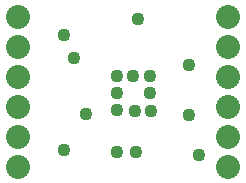
<source format=gbs>
G75*
%MOIN*%
%OFA0B0*%
%FSLAX24Y24*%
%IPPOS*%
%LPD*%
%AMOC8*
5,1,8,0,0,1.08239X$1,22.5*
%
%ADD10C,0.0800*%
%ADD11C,0.0436*%
D10*
X000670Y000977D03*
X000670Y001977D03*
X000670Y002977D03*
X000670Y003977D03*
X000670Y004977D03*
X000670Y005977D03*
X007670Y005977D03*
X007670Y004977D03*
X007670Y003977D03*
X007670Y002977D03*
X007670Y001977D03*
X007670Y000977D03*
D11*
X006710Y001370D03*
X006381Y002715D03*
X005124Y002833D03*
X004585Y002833D03*
X003985Y002873D03*
X003964Y003433D03*
X003964Y003994D03*
X004524Y003994D03*
X005085Y003994D03*
X005085Y003433D03*
X006373Y004380D03*
X004678Y005894D03*
X002538Y004588D03*
X002198Y005355D03*
X002950Y002739D03*
X002194Y001528D03*
X003981Y001463D03*
X004609Y001477D03*
M02*

</source>
